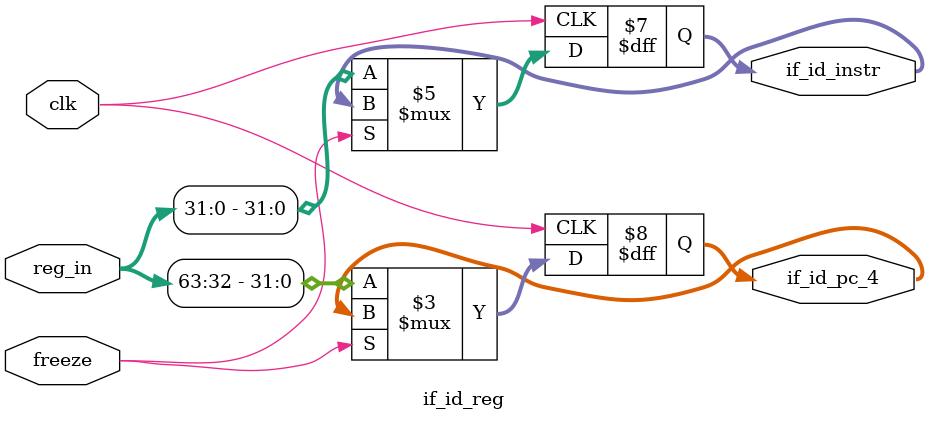
<source format=v>
module if_id_reg(input [63:0] reg_in,
				 input clk,
				 input freeze,
				 output reg [31:0] if_id_instr,
				 output reg [31:0] if_id_pc_4);
	
	always @ (posedge clk) begin

		if (!freeze) begin
		
			if_id_pc_4 <= reg_in[63:32];
			if_id_instr <= reg_in[31:0];
			
		end
		
	end
	
endmodule
</source>
